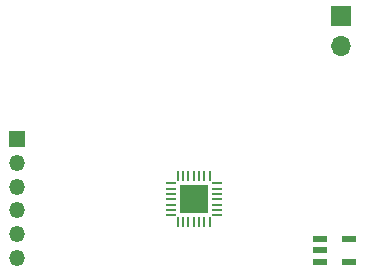
<source format=gbr>
%TF.GenerationSoftware,KiCad,Pcbnew,(5.1.10)-1*%
%TF.CreationDate,2021-12-05T10:22:05+05:30*%
%TF.ProjectId,Libobxis lab,4c69626f-6278-4697-9320-6c61622e6b69,rev?*%
%TF.SameCoordinates,Original*%
%TF.FileFunction,Soldermask,Bot*%
%TF.FilePolarity,Negative*%
%FSLAX46Y46*%
G04 Gerber Fmt 4.6, Leading zero omitted, Abs format (unit mm)*
G04 Created by KiCad (PCBNEW (5.1.10)-1) date 2021-12-05 10:22:05*
%MOMM*%
%LPD*%
G01*
G04 APERTURE LIST*
%ADD10R,2.450000X2.450000*%
%ADD11R,0.250000X0.850000*%
%ADD12R,0.850000X0.250000*%
%ADD13O,1.350000X1.350000*%
%ADD14R,1.350000X1.350000*%
%ADD15O,1.700000X1.700000*%
%ADD16R,1.700000X1.700000*%
%ADD17R,1.200000X0.600000*%
G04 APERTURE END LIST*
D10*
%TO.C,U2*%
X128270000Y-68834000D03*
D11*
X126920000Y-70784000D03*
X127370000Y-70784000D03*
X127820000Y-70784000D03*
X128270000Y-70784000D03*
X128720000Y-70784000D03*
X129170000Y-70784000D03*
X129620000Y-70784000D03*
D12*
X130220000Y-70184000D03*
X130220000Y-69734000D03*
X130220000Y-69284000D03*
X130220000Y-68834000D03*
X130220000Y-68384000D03*
X130220000Y-67934000D03*
X130220000Y-67484000D03*
D11*
X129620000Y-66884000D03*
X129170000Y-66884000D03*
X128720000Y-66884000D03*
X128270000Y-66884000D03*
X127820000Y-66884000D03*
X127370000Y-66884000D03*
X126920000Y-66884000D03*
D12*
X126320000Y-67484000D03*
X126320000Y-67934000D03*
X126320000Y-68384000D03*
X126320000Y-68834000D03*
X126320000Y-69284000D03*
X126320000Y-69734000D03*
X126320000Y-70184000D03*
%TD*%
D13*
%TO.C,J2*%
X113284000Y-73754000D03*
X113284000Y-71754000D03*
X113284000Y-69754000D03*
X113284000Y-67754000D03*
X113284000Y-65754000D03*
D14*
X113284000Y-63754000D03*
%TD*%
D15*
%TO.C,J1*%
X140716000Y-55880000D03*
D16*
X140716000Y-53340000D03*
%TD*%
D17*
%TO.C,IC1*%
X141458000Y-74102000D03*
X141458000Y-72202000D03*
X138958000Y-72202000D03*
X138958000Y-73152000D03*
X138958000Y-74102000D03*
%TD*%
M02*

</source>
